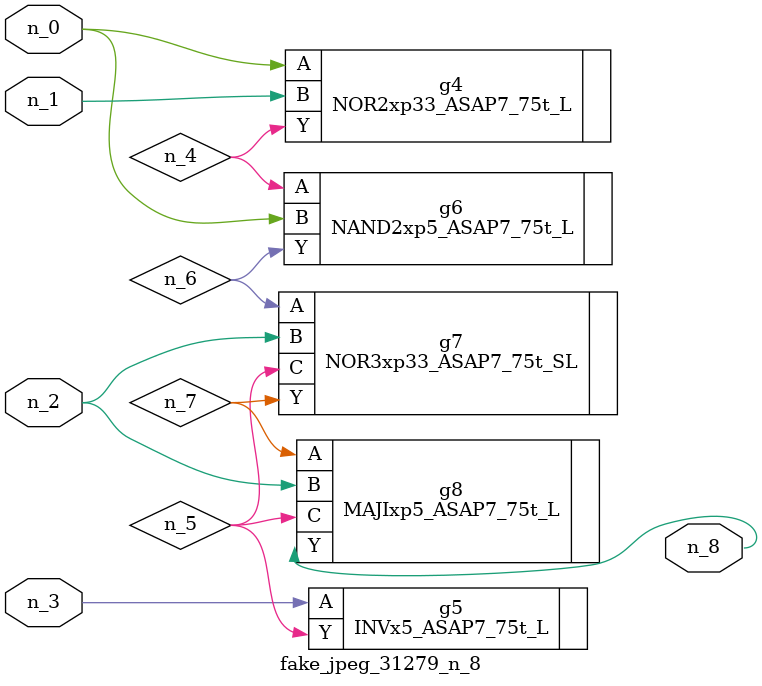
<source format=v>
module fake_jpeg_31279_n_8 (n_0, n_3, n_2, n_1, n_8);

input n_0;
input n_3;
input n_2;
input n_1;

output n_8;

wire n_4;
wire n_6;
wire n_5;
wire n_7;

NOR2xp33_ASAP7_75t_L g4 ( 
.A(n_0),
.B(n_1),
.Y(n_4)
);

INVx5_ASAP7_75t_L g5 ( 
.A(n_3),
.Y(n_5)
);

NAND2xp5_ASAP7_75t_L g6 ( 
.A(n_4),
.B(n_0),
.Y(n_6)
);

NOR3xp33_ASAP7_75t_SL g7 ( 
.A(n_6),
.B(n_2),
.C(n_5),
.Y(n_7)
);

MAJIxp5_ASAP7_75t_L g8 ( 
.A(n_7),
.B(n_2),
.C(n_5),
.Y(n_8)
);


endmodule
</source>
